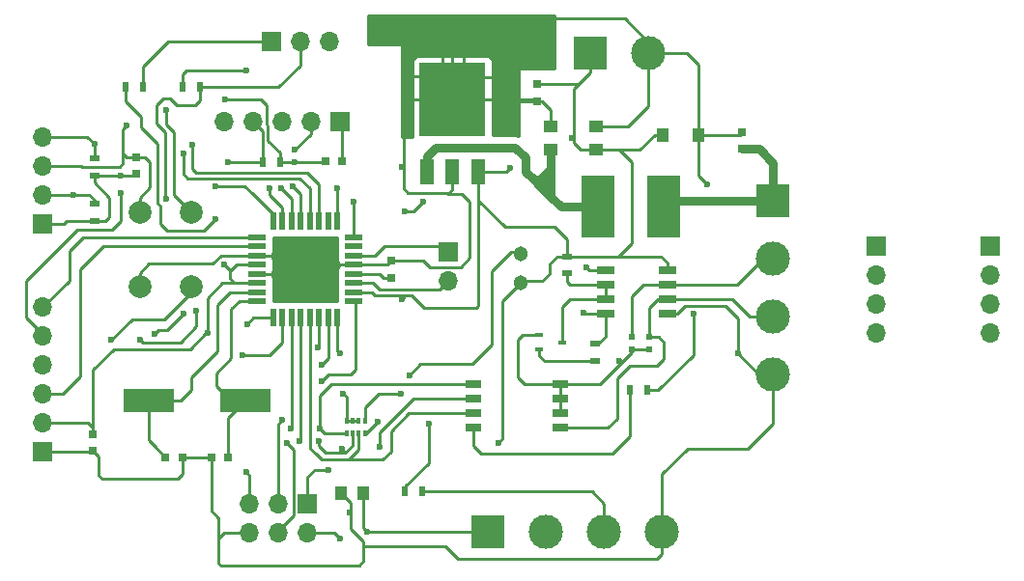
<source format=gtl>
G04 #@! TF.FileFunction,Copper,L1,Top,Signal*
%FSLAX46Y46*%
G04 Gerber Fmt 4.6, Leading zero omitted, Abs format (unit mm)*
G04 Created by KiCad (PCBNEW 4.0.1-stable) date 2019/02/18 22:31:54*
%MOMM*%
G01*
G04 APERTURE LIST*
%ADD10C,0.100000*%
%ADD11R,0.750000X0.800000*%
%ADD12R,0.800000X0.750000*%
%ADD13R,1.250000X1.000000*%
%ADD14R,1.000000X1.250000*%
%ADD15R,1.120000X1.220000*%
%ADD16R,0.500000X0.600000*%
%ADD17R,2.900000X5.450000*%
%ADD18R,1.525000X0.650000*%
%ADD19R,1.700000X1.700000*%
%ADD20O,1.700000X1.700000*%
%ADD21C,3.000000*%
%ADD22R,3.000000X3.000000*%
%ADD23R,0.700000X0.450000*%
%ADD24R,0.900000X0.500000*%
%ADD25R,0.500000X0.900000*%
%ADD26R,0.400000X0.600000*%
%ADD27R,0.300000X0.600000*%
%ADD28R,1.425000X0.750000*%
%ADD29C,2.000000*%
%ADD30R,4.500000X2.000000*%
%ADD31R,1.600000X0.550000*%
%ADD32R,0.550000X1.600000*%
%ADD33R,1.200000X2.200000*%
%ADD34R,5.800000X6.400000*%
%ADD35R,2.750000X3.050000*%
%ADD36C,1.303000*%
%ADD37C,0.600000*%
%ADD38C,0.250000*%
%ADD39C,0.800000*%
%ADD40C,0.254000*%
G04 APERTURE END LIST*
D10*
D11*
X32500000Y27750000D03*
X32500000Y26250000D03*
X6400000Y11050000D03*
X6400000Y12550000D03*
D12*
X26750000Y36500000D03*
X28250000Y36500000D03*
D11*
X10200000Y36850000D03*
X10200000Y35350000D03*
D13*
X46500000Y37500000D03*
X46500000Y39500000D03*
X50500000Y37500000D03*
X50500000Y39500000D03*
D11*
X45300000Y41750000D03*
X45300000Y43250000D03*
D12*
X14250000Y10500000D03*
X12750000Y10500000D03*
X16750000Y10500000D03*
X18250000Y10500000D03*
D14*
X30100000Y7400000D03*
X28100000Y7400000D03*
D11*
X63300000Y39050000D03*
X63300000Y37550000D03*
D15*
X56350000Y38800000D03*
X59450000Y38800000D03*
D16*
X53600000Y21050000D03*
X53600000Y19950000D03*
X55100000Y21050000D03*
X55100000Y19950000D03*
D17*
X56390000Y32500000D03*
X50610000Y32500000D03*
D18*
X51288000Y26905000D03*
X51288000Y25635000D03*
X51288000Y24365000D03*
X51288000Y23095000D03*
X56712000Y23095000D03*
X56712000Y24365000D03*
X56712000Y25635000D03*
X56712000Y26905000D03*
D19*
X2000000Y31000000D03*
D20*
X2000000Y33540000D03*
X2000000Y36080000D03*
X2000000Y38620000D03*
D19*
X2000000Y11000000D03*
D20*
X2000000Y13540000D03*
X2000000Y16080000D03*
X2000000Y18620000D03*
X2000000Y21160000D03*
X2000000Y23700000D03*
D21*
X66000000Y27920000D03*
X66000000Y22840000D03*
D22*
X66000000Y33000000D03*
D21*
X66000000Y17760000D03*
X46080000Y4000000D03*
X51160000Y4000000D03*
D22*
X41000000Y4000000D03*
D21*
X56240000Y4000000D03*
D19*
X28000000Y40000000D03*
D20*
X25460000Y40000000D03*
X22920000Y40000000D03*
X20380000Y40000000D03*
X17840000Y40000000D03*
D22*
X50000000Y46000000D03*
D21*
X55080000Y46000000D03*
D19*
X37500000Y28500000D03*
D20*
X37500000Y25960000D03*
D23*
X45500000Y21250000D03*
X45500000Y19950000D03*
X47500000Y20600000D03*
D24*
X6500000Y31250000D03*
X6500000Y32750000D03*
X6500000Y35250000D03*
X6500000Y36750000D03*
X47900000Y28150000D03*
X47900000Y26650000D03*
X50400000Y20450000D03*
X50400000Y18950000D03*
D25*
X53450000Y16400000D03*
X54950000Y16400000D03*
X35250000Y7500000D03*
X33750000Y7500000D03*
X21250000Y36400000D03*
X22750000Y36400000D03*
D26*
X30200000Y13750000D03*
D27*
X29650000Y13750000D03*
X29150000Y13750000D03*
D26*
X28600000Y13750000D03*
X28600000Y12650000D03*
D27*
X29150000Y12650000D03*
X29650000Y12650000D03*
D26*
X30200000Y12650000D03*
D28*
X39688000Y16905000D03*
X39688000Y15635000D03*
X39688000Y14365000D03*
X39688000Y13095000D03*
X47312000Y13095000D03*
X47312000Y14365000D03*
X47312000Y15635000D03*
X47312000Y16905000D03*
D29*
X15000000Y25500000D03*
X10500000Y25500000D03*
X15000000Y32000000D03*
X10500000Y32000000D03*
D30*
X11250000Y15500000D03*
X19750000Y15500000D03*
D31*
X20750000Y29800000D03*
X20750000Y29000000D03*
X20750000Y28200000D03*
X20750000Y27400000D03*
X20750000Y26600000D03*
X20750000Y25800000D03*
X20750000Y25000000D03*
X20750000Y24200000D03*
D32*
X22200000Y22750000D03*
X23000000Y22750000D03*
X23800000Y22750000D03*
X24600000Y22750000D03*
X25400000Y22750000D03*
X26200000Y22750000D03*
X27000000Y22750000D03*
X27800000Y22750000D03*
D31*
X29250000Y24200000D03*
X29250000Y25000000D03*
X29250000Y25800000D03*
X29250000Y26600000D03*
X29250000Y27400000D03*
X29250000Y28200000D03*
X29250000Y29000000D03*
X29250000Y29800000D03*
D32*
X27800000Y31250000D03*
X27000000Y31250000D03*
X26200000Y31250000D03*
X25400000Y31250000D03*
X24600000Y31250000D03*
X23800000Y31250000D03*
X23000000Y31250000D03*
X22200000Y31250000D03*
D33*
X35620000Y35600000D03*
X37900000Y35600000D03*
X40180000Y35600000D03*
D34*
X37900000Y41900000D03*
D35*
X39425000Y43575000D03*
X36375000Y40225000D03*
X36375000Y43575000D03*
X39425000Y40225000D03*
D36*
X43900000Y25800000D03*
X43900000Y28340000D03*
D19*
X75000000Y29000000D03*
D20*
X75000000Y26460000D03*
X75000000Y23920000D03*
X75000000Y21380000D03*
D19*
X85000000Y29000000D03*
D20*
X85000000Y26460000D03*
X85000000Y23920000D03*
X85000000Y21380000D03*
D19*
X25200000Y6400000D03*
D20*
X25200000Y3860000D03*
X22660000Y6400000D03*
X22660000Y3860000D03*
X20120000Y6400000D03*
X20120000Y3860000D03*
D19*
X22000000Y47000000D03*
D20*
X24540000Y47000000D03*
X27080000Y47000000D03*
D25*
X10750000Y43000000D03*
X9250000Y43000000D03*
X14250000Y43000000D03*
X15750000Y43000000D03*
D37*
X33500000Y36000000D03*
X35000000Y47000000D03*
X37000000Y47000000D03*
X39000000Y47000000D03*
X41000000Y47000000D03*
X43000000Y47000000D03*
X40000000Y41000000D03*
X39000000Y41000000D03*
X38000000Y41000000D03*
X37000000Y41000000D03*
X36000000Y41000000D03*
X38000000Y39500000D03*
X37000000Y39500000D03*
X39000000Y39500000D03*
X40000000Y39500000D03*
X36000000Y39500000D03*
X31300000Y13600000D03*
X28900000Y5700000D03*
X9300000Y39600000D03*
X60200000Y34500000D03*
X62900000Y19600000D03*
X52500000Y19000000D03*
X19800000Y44450000D03*
X30400000Y4000000D03*
X28000000Y3400000D03*
X41900000Y11800000D03*
X28300000Y16100000D03*
X16400000Y21400000D03*
X33500000Y24400000D03*
X8800000Y35200000D03*
X18200000Y36400000D03*
X17900000Y27400000D03*
X48400000Y38500000D03*
X42900000Y35900000D03*
X19800000Y9200000D03*
X8000000Y20800000D03*
X12800000Y41000000D03*
X18000000Y41900000D03*
X24100000Y36400000D03*
X23900000Y34300000D03*
X59000000Y23100000D03*
X49600000Y27200000D03*
X24100000Y37500000D03*
X22900000Y34100000D03*
X33700000Y32100000D03*
X35300000Y32900000D03*
X49400000Y23200000D03*
X21900000Y34100000D03*
X4700000Y33500000D03*
X15100000Y37900000D03*
X6500000Y38000000D03*
X14300000Y37200000D03*
X19900000Y22200000D03*
X8800000Y33700000D03*
X17100000Y34300000D03*
X28200000Y11300000D03*
X31500000Y11400000D03*
X24500000Y11900000D03*
X26200000Y11900000D03*
X23400000Y11800000D03*
X26400000Y18600000D03*
X28000000Y19600000D03*
X27000000Y9400000D03*
X26400000Y17200000D03*
X23000000Y13800000D03*
X35800000Y13500000D03*
X29200000Y32900000D03*
X33400000Y16100000D03*
X34100000Y17700000D03*
X27800000Y34100000D03*
X23700000Y13000000D03*
X26300000Y13000000D03*
X12800000Y33200000D03*
X14300000Y23100000D03*
X11800000Y21350000D03*
X19450000Y19450000D03*
X17100000Y31400000D03*
X15450000Y23400000D03*
X10550000Y20850000D03*
X26100000Y20150000D03*
D38*
X20120000Y3860000D02*
X17860000Y3860000D01*
X17860000Y3860000D02*
X17400000Y3400000D01*
X17400000Y1200000D02*
X17600000Y1000000D01*
X16750000Y5850000D02*
X17400000Y5200000D01*
X17400000Y5200000D02*
X17400000Y3400000D01*
X17400000Y3400000D02*
X17400000Y1200000D01*
X30100000Y2700000D02*
X30100000Y1400000D01*
X16750000Y5850000D02*
X16750000Y10500000D01*
X29700000Y1000000D02*
X30100000Y1400000D01*
X17600000Y1000000D02*
X29700000Y1000000D01*
X45300000Y41750000D02*
X43250000Y41750000D01*
X33500000Y36000000D02*
X33600000Y36000000D01*
X37000000Y47000000D02*
X35000000Y47000000D01*
X41000000Y47000000D02*
X39000000Y47000000D01*
X43000000Y42000000D02*
X43000000Y47000000D01*
X43250000Y41750000D02*
X43000000Y42000000D01*
X33600000Y38100000D02*
X33600000Y41370000D01*
X33600000Y41370000D02*
X34130000Y41900000D01*
X33600000Y36000000D02*
X33600000Y38100000D01*
X37300000Y33700000D02*
X34000000Y33700000D01*
X33600000Y34100000D02*
X33600000Y36000000D01*
X34000000Y33700000D02*
X33600000Y34100000D01*
X41840000Y43840000D02*
X39840000Y43840000D01*
X39840000Y43840000D02*
X37900000Y41900000D01*
X34250000Y43900000D02*
X35900000Y43900000D01*
X35900000Y43900000D02*
X37900000Y41900000D01*
X38890000Y46040000D02*
X38890000Y42890000D01*
X38890000Y42890000D02*
X37900000Y41900000D01*
X37030000Y45900000D02*
X37030000Y42770000D01*
X37030000Y42770000D02*
X37900000Y41900000D01*
X37900000Y41900000D02*
X34130000Y41900000D01*
X34130000Y41900000D02*
X34090000Y41940000D01*
X40000000Y41000000D02*
X39100000Y41900000D01*
X39100000Y41900000D02*
X37900000Y41900000D01*
X39000000Y41000000D02*
X38100000Y41900000D01*
X38100000Y41900000D02*
X37900000Y41900000D01*
X38000000Y41000000D02*
X37900000Y41100000D01*
X37900000Y41100000D02*
X37900000Y41900000D01*
X37000000Y41000000D02*
X37900000Y41900000D01*
X36000000Y41000000D02*
X36900000Y41900000D01*
X36900000Y41900000D02*
X37900000Y41900000D01*
X38000000Y39500000D02*
X37900000Y39600000D01*
X37900000Y39600000D02*
X37900000Y41900000D01*
X37000000Y39500000D02*
X37900000Y40400000D01*
X37900000Y40400000D02*
X37900000Y41900000D01*
X39000000Y39500000D02*
X37900000Y40600000D01*
X37900000Y40600000D02*
X37900000Y41900000D01*
X40000000Y39500000D02*
X37900000Y41600000D01*
X37900000Y41600000D02*
X37900000Y41900000D01*
X36000000Y39500000D02*
X37900000Y41400000D01*
X37900000Y41400000D02*
X37900000Y41900000D01*
X14250000Y10500000D02*
X14250000Y9050000D01*
X6900000Y10550000D02*
X6400000Y11050000D01*
X6900000Y8900000D02*
X6900000Y10550000D01*
X7200000Y8600000D02*
X6900000Y8900000D01*
X13800000Y8600000D02*
X7200000Y8600000D01*
X14250000Y9050000D02*
X13800000Y8600000D01*
X2000000Y11000000D02*
X6350000Y11000000D01*
X6350000Y11000000D02*
X6400000Y11050000D01*
X30100000Y2700000D02*
X37300000Y2700000D01*
X56240000Y2040000D02*
X56240000Y4000000D01*
X55800000Y1600000D02*
X56240000Y2040000D01*
X38400000Y1600000D02*
X55800000Y1600000D01*
X37300000Y2700000D02*
X38400000Y1600000D01*
X37300000Y33700000D02*
X37400000Y33700000D01*
X37400000Y33700000D02*
X37500000Y33600000D01*
X38700000Y33600000D02*
X37500000Y33600000D01*
X35350000Y27750000D02*
X32500000Y27750000D01*
X39400000Y32900000D02*
X38700000Y33600000D01*
X39400000Y28000000D02*
X39400000Y32900000D01*
X38600000Y27200000D02*
X39400000Y28000000D01*
X35900000Y27200000D02*
X38600000Y27200000D01*
X35350000Y27750000D02*
X35900000Y27200000D01*
X37500000Y33700000D02*
X37500000Y33600000D01*
X30200000Y12650000D02*
X30350000Y12650000D01*
X30350000Y12650000D02*
X31300000Y13600000D01*
X28900000Y5700000D02*
X29000000Y5700000D01*
X29000000Y6500000D02*
X28100000Y7400000D01*
X29000000Y4200000D02*
X29000000Y5700000D01*
X29000000Y5700000D02*
X29000000Y6500000D01*
X30100000Y3100000D02*
X29000000Y4200000D01*
X30100000Y2700000D02*
X30100000Y3100000D01*
X14250000Y10500000D02*
X16750000Y10500000D01*
X2000000Y36080000D02*
X5320000Y36080000D01*
X9000000Y36300000D02*
X9000000Y37200000D01*
X8700000Y36000000D02*
X9000000Y36300000D01*
X5400000Y36000000D02*
X8700000Y36000000D01*
X5320000Y36080000D02*
X5400000Y36000000D01*
X10500000Y32000000D02*
X10500000Y33300000D01*
X10500000Y33300000D02*
X11400000Y34200000D01*
X11400000Y34200000D02*
X11400000Y36400000D01*
X11400000Y36400000D02*
X10950000Y36850000D01*
X10950000Y36850000D02*
X10200000Y36850000D01*
X9350000Y36850000D02*
X10200000Y36850000D01*
X9000000Y37200000D02*
X9350000Y36850000D01*
X9000000Y39300000D02*
X9000000Y37200000D01*
X9300000Y39600000D02*
X9000000Y39300000D01*
X20750000Y28200000D02*
X17600000Y28200000D01*
X10500000Y26700000D02*
X10500000Y25500000D01*
X11300000Y27500000D02*
X10500000Y26700000D01*
X16900000Y27500000D02*
X11300000Y27500000D01*
X17600000Y28200000D02*
X16900000Y27500000D01*
X20750000Y28200000D02*
X25300000Y28200000D01*
X26000000Y27500000D02*
X26000000Y27400000D01*
X25300000Y28200000D02*
X26000000Y27500000D01*
X29250000Y27400000D02*
X26000000Y27400000D01*
X25200000Y26600000D02*
X20750000Y26600000D01*
X26000000Y27400000D02*
X25200000Y26600000D01*
X37900000Y41900000D02*
X37900000Y46300000D01*
X37900000Y46300000D02*
X40600000Y49000000D01*
X40600000Y49000000D02*
X53000000Y49000000D01*
X53000000Y49000000D02*
X55080000Y46920000D01*
X55080000Y46920000D02*
X55080000Y46000000D01*
X46500000Y39500000D02*
X46500000Y41000000D01*
X45750000Y41750000D02*
X45300000Y41750000D01*
X46500000Y41000000D02*
X45750000Y41750000D01*
X37900000Y41900000D02*
X45150000Y41900000D01*
X45150000Y41900000D02*
X45300000Y41750000D01*
X37900000Y35600000D02*
X37900000Y34000000D01*
X37900000Y34000000D02*
X37600000Y33700000D01*
X37600000Y33700000D02*
X37500000Y33700000D01*
X37500000Y33700000D02*
X37300000Y33700000D01*
X37400000Y41900000D02*
X37900000Y41900000D01*
X56712000Y23095000D02*
X57595000Y23095000D01*
X62900000Y22700000D02*
X62900000Y19600000D01*
X61800000Y23800000D02*
X62900000Y22700000D01*
X58300000Y23800000D02*
X61800000Y23800000D01*
X57595000Y23095000D02*
X58300000Y23800000D01*
X59450000Y35250000D02*
X60200000Y34500000D01*
X59450000Y35250000D02*
X59450000Y38800000D01*
X56240000Y4000000D02*
X56240000Y9040000D01*
X56240000Y9040000D02*
X58500000Y11300000D01*
X58500000Y11300000D02*
X63800000Y11300000D01*
X63800000Y11300000D02*
X66000000Y13500000D01*
X66000000Y13500000D02*
X66000000Y17760000D01*
X55080000Y46000000D02*
X58400000Y46000000D01*
X58400000Y46000000D02*
X59450000Y44950000D01*
X59450000Y44950000D02*
X59450000Y38800000D01*
X59450000Y38800000D02*
X63050000Y38800000D01*
X63050000Y38800000D02*
X63300000Y39050000D01*
X50500000Y39500000D02*
X53300000Y39500000D01*
X55080000Y41280000D02*
X55080000Y46000000D01*
X53300000Y39500000D02*
X55080000Y41280000D01*
X66000000Y17760000D02*
X64740000Y17760000D01*
X64740000Y17760000D02*
X62900000Y19600000D01*
X52500000Y19000000D02*
X52700000Y18800000D01*
X53600000Y19950000D02*
X53600000Y19700000D01*
X53600000Y19700000D02*
X52700000Y18800000D01*
X52700000Y18800000D02*
X50805000Y16905000D01*
X50805000Y16905000D02*
X47312000Y16905000D01*
X45500000Y21250000D02*
X44050000Y21250000D01*
X44195000Y16905000D02*
X47312000Y16905000D01*
X43600000Y17500000D02*
X44195000Y16905000D01*
X43600000Y20800000D02*
X43600000Y17500000D01*
X44050000Y21250000D02*
X43600000Y20800000D01*
X47312000Y14365000D02*
X47312000Y15635000D01*
X47312000Y16905000D02*
X47312000Y15635000D01*
X55100000Y19950000D02*
X53600000Y19950000D01*
X29250000Y27400000D02*
X32150000Y27400000D01*
X32150000Y27400000D02*
X32500000Y27750000D01*
X29250000Y26600000D02*
X31500000Y26600000D01*
X31850000Y26250000D02*
X32500000Y26250000D01*
X31500000Y26600000D02*
X31850000Y26250000D01*
X14250000Y43000000D02*
X14250000Y44100000D01*
X14600000Y44450000D02*
X19800000Y44450000D01*
X14250000Y44100000D02*
X14600000Y44450000D01*
X25200000Y3860000D02*
X27540000Y3860000D01*
X27540000Y3860000D02*
X28000000Y3400000D01*
X6400000Y12550000D02*
X6400000Y18200000D01*
X16300000Y21400000D02*
X16400000Y21400000D01*
X14900000Y20000000D02*
X16300000Y21400000D01*
X8200000Y20000000D02*
X14900000Y20000000D01*
X6400000Y18200000D02*
X8200000Y20000000D01*
X2000000Y13540000D02*
X5960000Y13540000D01*
X6400000Y13100000D02*
X6400000Y12550000D01*
X5960000Y13540000D02*
X6400000Y13100000D01*
X43050000Y24950000D02*
X43900000Y25800000D01*
X42300000Y24200000D02*
X43050000Y24950000D01*
X43050000Y24950000D02*
X43100000Y25000000D01*
X42300000Y12200000D02*
X42300000Y24200000D01*
X41900000Y11800000D02*
X42300000Y12200000D01*
X28600000Y13750000D02*
X28600000Y15800000D01*
X28600000Y15800000D02*
X28300000Y16100000D01*
X29150000Y13750000D02*
X28600000Y13750000D01*
X29650000Y13750000D02*
X29150000Y13750000D01*
X18900000Y25800000D02*
X17700000Y25800000D01*
X16400000Y24500000D02*
X16400000Y21400000D01*
X17700000Y25800000D02*
X16400000Y24500000D01*
X33700000Y24600000D02*
X33700000Y24700000D01*
X33500000Y24400000D02*
X33700000Y24600000D01*
X8800000Y35200000D02*
X8800000Y35250000D01*
X6500000Y35250000D02*
X6500000Y34600000D01*
X7450000Y31250000D02*
X6500000Y31250000D01*
X7800000Y31600000D02*
X7450000Y31250000D01*
X7800000Y33300000D02*
X7800000Y31600000D01*
X6500000Y34600000D02*
X7800000Y33300000D01*
X2000000Y31000000D02*
X3800000Y31000000D01*
X3800000Y31000000D02*
X4050000Y31250000D01*
X4050000Y31250000D02*
X6500000Y31250000D01*
X6500000Y35250000D02*
X8800000Y35250000D01*
X8800000Y35250000D02*
X10100000Y35250000D01*
X10100000Y35250000D02*
X10200000Y35350000D01*
X18400000Y26800000D02*
X18400000Y26900000D01*
X18200000Y36400000D02*
X21250000Y36400000D01*
X18400000Y26900000D02*
X17900000Y27400000D01*
X20750000Y25800000D02*
X18900000Y25800000D01*
X18900000Y25800000D02*
X18800000Y25800000D01*
X19000000Y27400000D02*
X20750000Y27400000D01*
X18400000Y26800000D02*
X19000000Y27400000D01*
X18400000Y26200000D02*
X18400000Y26800000D01*
X18800000Y25800000D02*
X18400000Y26200000D01*
X52450000Y28150000D02*
X56150000Y28150000D01*
X56712000Y27588000D02*
X56712000Y26905000D01*
X56150000Y28150000D02*
X56712000Y27588000D01*
X30100000Y7400000D02*
X30100000Y4300000D01*
X30400000Y4000000D02*
X41000000Y4000000D01*
X30100000Y4300000D02*
X30400000Y4000000D01*
X21250000Y36400000D02*
X21250000Y39130000D01*
X21250000Y39130000D02*
X20380000Y40000000D01*
X40180000Y35600000D02*
X42600000Y35600000D01*
X48400000Y38500000D02*
X48500000Y38500000D01*
X42600000Y35600000D02*
X42900000Y35900000D01*
X56350000Y38800000D02*
X55600000Y38800000D01*
X54300000Y37500000D02*
X52300000Y37500000D01*
X55600000Y38800000D02*
X54300000Y37500000D01*
X50500000Y37500000D02*
X49100000Y37500000D01*
X49100000Y37500000D02*
X48500000Y38100000D01*
X48500000Y38100000D02*
X48500000Y38500000D01*
X48500000Y42800000D02*
X48950000Y43250000D01*
X48500000Y38500000D02*
X48500000Y42800000D01*
X50000000Y46000000D02*
X50000000Y44300000D01*
X50000000Y44300000D02*
X48950000Y43250000D01*
X48950000Y43250000D02*
X45300000Y43250000D01*
X50500000Y37500000D02*
X52300000Y37500000D01*
X52300000Y37500000D02*
X52500000Y37500000D01*
X52450000Y28150000D02*
X47900000Y28150000D01*
X53600000Y29300000D02*
X52450000Y28150000D01*
X53600000Y36400000D02*
X53600000Y29300000D01*
X52500000Y37500000D02*
X53600000Y36400000D01*
X40180000Y33020000D02*
X40180000Y23780000D01*
X40180000Y23780000D02*
X40000000Y23600000D01*
X40000000Y23600000D02*
X35400000Y23600000D01*
X35400000Y23600000D02*
X34300000Y24700000D01*
X34300000Y24700000D02*
X33700000Y24700000D01*
X30800000Y25000000D02*
X29250000Y25000000D01*
X33700000Y24700000D02*
X31100000Y24700000D01*
X31100000Y24700000D02*
X30800000Y25000000D01*
X47050000Y28150000D02*
X47900000Y28150000D01*
X46400000Y27500000D02*
X47050000Y28150000D01*
X46400000Y26600000D02*
X46400000Y27500000D01*
X40180000Y35600000D02*
X40180000Y33020000D01*
X47900000Y29600000D02*
X47900000Y28150000D01*
X46800000Y30700000D02*
X47900000Y29600000D01*
X42500000Y30700000D02*
X46800000Y30700000D01*
X40180000Y33020000D02*
X42500000Y30700000D01*
X44000000Y25960000D02*
X45760000Y25960000D01*
X45760000Y25960000D02*
X46400000Y26600000D01*
X20120000Y8880000D02*
X19800000Y9200000D01*
X20120000Y6400000D02*
X20120000Y8880000D01*
X12600000Y22600000D02*
X15000000Y25000000D01*
X9800000Y22600000D02*
X12600000Y22600000D01*
X8000000Y20800000D02*
X9800000Y22600000D01*
X15000000Y25000000D02*
X15000000Y25500000D01*
X22750000Y36400000D02*
X22750000Y37250000D01*
X12800000Y41000000D02*
X12760000Y41000000D01*
X21100000Y41900000D02*
X18000000Y41900000D01*
X21600000Y41400000D02*
X21100000Y41900000D01*
X21600000Y39700000D02*
X21600000Y41400000D01*
X21700002Y39599998D02*
X21600000Y39700000D01*
X21700002Y38299998D02*
X21700002Y39599998D01*
X22750000Y37250000D02*
X21700002Y38299998D01*
X12760000Y41000000D02*
X12760000Y39740000D01*
X12760000Y39740000D02*
X13500000Y39000000D01*
X13500000Y39000000D02*
X13500000Y33500000D01*
X13500000Y33500000D02*
X15000000Y32000000D01*
X24100000Y36400000D02*
X26650000Y36400000D01*
X26650000Y36400000D02*
X26750000Y36500000D01*
X24600000Y31250000D02*
X24600000Y33600000D01*
X24100000Y36400000D02*
X22750000Y36400000D01*
X24600000Y33600000D02*
X23900000Y34300000D01*
X28250000Y36500000D02*
X28250000Y39750000D01*
X28250000Y39750000D02*
X28000000Y40000000D01*
D39*
X45050000Y34850000D02*
X45550000Y34850000D01*
X45550000Y34850000D02*
X46500000Y35800000D01*
X46500000Y34500000D02*
X45400000Y34500000D01*
X35620000Y35600000D02*
X35620000Y36920000D01*
X35620000Y36920000D02*
X36400000Y37700000D01*
X36400000Y37700000D02*
X43400000Y37700000D01*
X43400000Y37700000D02*
X44300000Y36800000D01*
X44300000Y36800000D02*
X44300000Y35600000D01*
X44300000Y35600000D02*
X45050000Y34850000D01*
X45050000Y34850000D02*
X45400000Y34500000D01*
X45400000Y34500000D02*
X46500000Y33400000D01*
X50610000Y32500000D02*
X47400000Y32500000D01*
X46500000Y33400000D02*
X46500000Y34500000D01*
X46500000Y34500000D02*
X46500000Y35800000D01*
X46500000Y35800000D02*
X46500000Y37500000D01*
X47400000Y32500000D02*
X46500000Y33400000D01*
D38*
X11250000Y15500000D02*
X11250000Y12000000D01*
X11250000Y12000000D02*
X11775000Y11475000D01*
X11775000Y11475000D02*
X12750000Y10500000D01*
X20750000Y25000000D02*
X18400000Y25000000D01*
X14100000Y15500000D02*
X11250000Y15500000D01*
X15000000Y16400000D02*
X14100000Y15500000D01*
X15000000Y17500000D02*
X15000000Y16400000D01*
X17300000Y19800000D02*
X15000000Y17500000D01*
X17300000Y23900000D02*
X17300000Y19800000D01*
X18400000Y25000000D02*
X17300000Y23900000D01*
X18250000Y10500000D02*
X18250000Y12300000D01*
X18250000Y12300000D02*
X18250000Y14000000D01*
X18250000Y14000000D02*
X19750000Y15500000D01*
X18500000Y15500000D02*
X19750000Y15500000D01*
X17200000Y16800000D02*
X18500000Y15500000D01*
X17200000Y17900000D02*
X17200000Y16800000D01*
X18500000Y19200000D02*
X17200000Y17900000D01*
X18500000Y23500000D02*
X18500000Y19200000D01*
X19200000Y24200000D02*
X18500000Y23500000D01*
X20750000Y24200000D02*
X19200000Y24200000D01*
D39*
X66000000Y33000000D02*
X66000000Y36300000D01*
X64750000Y37550000D02*
X63300000Y37550000D01*
X66000000Y36300000D02*
X64750000Y37550000D01*
X66000000Y33000000D02*
X56890000Y33000000D01*
X56890000Y33000000D02*
X56390000Y32500000D01*
D38*
X54950000Y16400000D02*
X55900000Y16400000D01*
X59000000Y19500000D02*
X59000000Y23100000D01*
X55900000Y16400000D02*
X59000000Y19500000D01*
X53600000Y21050000D02*
X53600000Y24600000D01*
X54635000Y25635000D02*
X56712000Y25635000D01*
X53600000Y24600000D02*
X54635000Y25635000D01*
X66000000Y27920000D02*
X65120000Y27920000D01*
X65120000Y27920000D02*
X62835000Y25635000D01*
X62835000Y25635000D02*
X56712000Y25635000D01*
X53400000Y18500000D02*
X55800000Y18500000D01*
X55800000Y18500000D02*
X56400000Y19100000D01*
X52300000Y17400000D02*
X53400000Y18500000D01*
X56400000Y19100000D02*
X56400000Y20600000D01*
X56400000Y20600000D02*
X55950000Y21050000D01*
X55950000Y21050000D02*
X55100000Y21050000D01*
X47312000Y13095000D02*
X51495000Y13095000D01*
X52300000Y13900000D02*
X52300000Y17400000D01*
X51495000Y13095000D02*
X52300000Y13900000D01*
X55100000Y21050000D02*
X55100000Y23600000D01*
X55100000Y23600000D02*
X55865000Y24365000D01*
X55865000Y24365000D02*
X56712000Y24365000D01*
X66000000Y22840000D02*
X63960000Y22840000D01*
X62435000Y24365000D02*
X56712000Y24365000D01*
X63960000Y22840000D02*
X62435000Y24365000D01*
X51288000Y26905000D02*
X49895000Y26905000D01*
X49895000Y26905000D02*
X49600000Y27200000D01*
X23800000Y31250000D02*
X23800000Y33200000D01*
X25460000Y38860000D02*
X25460000Y40000000D01*
X24100000Y37500000D02*
X25460000Y38860000D01*
X23800000Y33200000D02*
X22900000Y34100000D01*
X51288000Y24365000D02*
X48165000Y24365000D01*
X47500000Y23700000D02*
X47500000Y20600000D01*
X48165000Y24365000D02*
X47500000Y23700000D01*
X51288000Y25635000D02*
X51288000Y24365000D01*
X47900000Y26650000D02*
X47900000Y25900000D01*
X48165000Y25635000D02*
X51288000Y25635000D01*
X47900000Y25900000D02*
X48165000Y25635000D01*
X51288000Y23095000D02*
X49505000Y23095000D01*
X34500000Y32100000D02*
X33700000Y32100000D01*
X35300000Y32900000D02*
X34500000Y32100000D01*
X49505000Y23095000D02*
X49400000Y23200000D01*
X23000000Y31250000D02*
X23000000Y32400000D01*
X23000000Y32400000D02*
X21900000Y33500000D01*
X21900000Y33500000D02*
X21900000Y34100000D01*
X51288000Y23095000D02*
X51288000Y21088000D01*
X51288000Y21088000D02*
X50650000Y20450000D01*
X50650000Y20450000D02*
X50400000Y20450000D01*
X4700000Y33500000D02*
X4700000Y33540000D01*
X15100000Y35800000D02*
X15100000Y37900000D01*
X15400000Y35500000D02*
X15100000Y35800000D01*
X25200000Y35500000D02*
X15400000Y35500000D01*
X26200000Y34500000D02*
X25200000Y35500000D01*
X26200000Y31250000D02*
X26200000Y34500000D01*
X4700000Y33540000D02*
X6060000Y33540000D01*
X2000000Y33540000D02*
X1760000Y33540000D01*
X2000000Y33540000D02*
X4700000Y33540000D01*
X6500000Y33100000D02*
X6500000Y32750000D01*
X6060000Y33540000D02*
X6500000Y33100000D01*
X25400000Y31250000D02*
X25400000Y34100000D01*
X14300000Y35400000D02*
X14300000Y37200000D01*
X14700000Y35000000D02*
X14300000Y35400000D01*
X24500000Y35000000D02*
X14700000Y35000000D01*
X25400000Y34100000D02*
X24500000Y35000000D01*
X2000000Y38620000D02*
X5880000Y38620000D01*
X6500000Y38000000D02*
X6500000Y36750000D01*
X5880000Y38620000D02*
X6500000Y38000000D01*
X20750000Y29000000D02*
X15500000Y29000000D01*
X15500000Y29000000D02*
X7300000Y29000000D01*
X3780000Y16080000D02*
X2000000Y16080000D01*
X5300000Y17600000D02*
X3780000Y16080000D01*
X5300000Y27000000D02*
X5300000Y17600000D01*
X7300000Y29000000D02*
X5300000Y27000000D01*
X22200000Y22750000D02*
X20450000Y22750000D01*
X20450000Y22750000D02*
X19900000Y22200000D01*
X2000000Y21160000D02*
X2000000Y21300000D01*
X2000000Y21300000D02*
X500000Y22800000D01*
X500000Y22800000D02*
X500000Y26000000D01*
X500000Y26000000D02*
X5000000Y30500000D01*
X5000000Y30500000D02*
X8100000Y30500000D01*
X8100000Y30500000D02*
X8800000Y31200000D01*
X8800000Y31200000D02*
X8800000Y33700000D01*
X22200000Y31250000D02*
X22200000Y31800000D01*
X22200000Y31800000D02*
X20300000Y33700000D01*
X20300000Y33700000D02*
X19700000Y34300000D01*
X19700000Y34300000D02*
X17100000Y34300000D01*
X20750000Y29800000D02*
X5500000Y29800000D01*
X4300000Y26000000D02*
X2000000Y23700000D01*
X4300000Y28600000D02*
X4300000Y26000000D01*
X5500000Y29800000D02*
X4300000Y28600000D01*
X35250000Y7500000D02*
X50100000Y7500000D01*
X51160000Y6440000D02*
X51160000Y4000000D01*
X50100000Y7500000D02*
X51160000Y6440000D01*
X39688000Y15635000D02*
X34435000Y15635000D01*
X28400000Y11100000D02*
X28400000Y10900000D01*
X28200000Y11300000D02*
X28400000Y11100000D01*
X31500000Y12700000D02*
X31500000Y11400000D01*
X34435000Y15635000D02*
X31500000Y12700000D01*
X29150000Y12650000D02*
X29150000Y11550000D01*
X24600000Y12000000D02*
X24600000Y22750000D01*
X24500000Y11900000D02*
X24600000Y12000000D01*
X26200000Y11500000D02*
X26200000Y11900000D01*
X26800000Y10900000D02*
X26200000Y11500000D01*
X28500000Y10900000D02*
X28400000Y10900000D01*
X28400000Y10900000D02*
X26800000Y10900000D01*
X29150000Y11550000D02*
X28500000Y10900000D01*
X39688000Y14365000D02*
X34065000Y14365000D01*
X31800000Y10300000D02*
X28800000Y10300000D01*
X32500000Y11000000D02*
X31800000Y10300000D01*
X32500000Y12800000D02*
X32500000Y11000000D01*
X34065000Y14365000D02*
X32500000Y12800000D01*
X29650000Y12650000D02*
X29650000Y11150000D01*
X25400000Y11300000D02*
X25400000Y22750000D01*
X26400000Y10300000D02*
X25900000Y10800000D01*
X25900000Y10800000D02*
X25400000Y11300000D01*
X28800000Y10300000D02*
X26400000Y10300000D01*
X29650000Y11150000D02*
X28800000Y10300000D01*
X22660000Y3860000D02*
X22660000Y4060000D01*
X22660000Y4060000D02*
X24000000Y5400000D01*
X24000000Y5400000D02*
X24000000Y11200000D01*
X24000000Y11200000D02*
X23400000Y11800000D01*
X26400000Y18600000D02*
X27000000Y19200000D01*
X27000000Y19200000D02*
X27000000Y22750000D01*
X25200000Y6400000D02*
X25200000Y8800000D01*
X27800000Y19800000D02*
X27800000Y22750000D01*
X28000000Y19600000D02*
X27800000Y19800000D01*
X25800000Y9400000D02*
X27000000Y9400000D01*
X25200000Y8800000D02*
X25800000Y9400000D01*
X22660000Y6400000D02*
X22660000Y11660000D01*
X29400000Y18200000D02*
X29400000Y24050000D01*
X29000000Y17800000D02*
X29400000Y18200000D01*
X27000000Y17800000D02*
X29000000Y17800000D01*
X26400000Y17200000D02*
X27000000Y17800000D01*
X22600000Y13400000D02*
X23000000Y13800000D01*
X22600000Y11720000D02*
X22600000Y13400000D01*
X22660000Y11660000D02*
X22600000Y11720000D01*
X29400000Y24050000D02*
X29250000Y24200000D01*
X33750000Y7500000D02*
X33750000Y7950000D01*
X33750000Y7950000D02*
X35800000Y10000000D01*
X35800000Y10000000D02*
X35800000Y13500000D01*
X29200000Y32900000D02*
X29250000Y32900000D01*
X29250000Y32900000D02*
X29250000Y29800000D01*
X43000000Y28500000D02*
X44000000Y28500000D01*
X30200000Y13750000D02*
X30200000Y14900000D01*
X30200000Y14900000D02*
X31400000Y16100000D01*
X31400000Y16100000D02*
X33400000Y16100000D01*
X34100000Y17700000D02*
X35100000Y18700000D01*
X35100000Y18700000D02*
X39600000Y18700000D01*
X39600000Y18700000D02*
X41300000Y20400000D01*
X41300000Y20400000D02*
X41300000Y26800000D01*
X41300000Y26800000D02*
X43000000Y28500000D01*
X27800000Y34100000D02*
X27800000Y31250000D01*
X39688000Y16905000D02*
X27305000Y16905000D01*
X26300000Y15900000D02*
X26300000Y13000000D01*
X27305000Y16905000D02*
X26300000Y15900000D01*
X28600000Y12650000D02*
X26650000Y12650000D01*
X23800000Y13100000D02*
X23800000Y20300000D01*
X23700000Y13000000D02*
X23800000Y13100000D01*
X26650000Y12650000D02*
X26300000Y13000000D01*
X23800000Y20300000D02*
X23800000Y22750000D01*
X29250000Y28200000D02*
X31100000Y28200000D01*
X31900000Y29000000D02*
X37000000Y29000000D01*
X31100000Y28200000D02*
X31900000Y29000000D01*
X37000000Y29000000D02*
X37500000Y28500000D01*
X29250000Y25800000D02*
X30900000Y25800000D01*
X36740000Y25200000D02*
X37500000Y25960000D01*
X31500000Y25200000D02*
X36740000Y25200000D01*
X30900000Y25800000D02*
X31500000Y25200000D01*
X45500000Y19950000D02*
X45500000Y19400000D01*
X45950000Y18950000D02*
X50400000Y18950000D01*
X45500000Y19400000D02*
X45950000Y18950000D01*
X53450000Y16400000D02*
X53450000Y12350000D01*
X39688000Y11512000D02*
X39688000Y13095000D01*
X40400000Y10800000D02*
X39688000Y11512000D01*
X51900000Y10800000D02*
X40400000Y10800000D01*
X53450000Y12350000D02*
X51900000Y10800000D01*
X15750000Y43000000D02*
X22650000Y43000000D01*
X24540000Y44890000D02*
X24540000Y47000000D01*
X22650000Y43000000D02*
X24540000Y44890000D01*
X23000000Y22750000D02*
X23000000Y20600000D01*
X15750000Y41850000D02*
X15750000Y43000000D01*
X15300000Y41400000D02*
X15750000Y41850000D01*
X13750000Y41400000D02*
X15300000Y41400000D01*
X13150000Y42000000D02*
X13750000Y41400000D01*
X12550000Y42000000D02*
X13150000Y42000000D01*
X11950000Y41400000D02*
X12550000Y42000000D01*
X11950000Y39800000D02*
X11950000Y41400000D01*
X12700000Y39050000D02*
X11950000Y39800000D01*
X12700000Y33300000D02*
X12700000Y39050000D01*
X12800000Y33200000D02*
X12700000Y33300000D01*
X12900000Y21700000D02*
X14300000Y23100000D01*
X12150000Y21700000D02*
X12900000Y21700000D01*
X11800000Y21350000D02*
X12150000Y21700000D01*
X21850000Y19450000D02*
X19450000Y19450000D01*
X23000000Y20600000D02*
X21850000Y19450000D01*
X26200000Y22750000D02*
X26200000Y20250000D01*
X9250000Y41750000D02*
X9250000Y43000000D01*
X10600000Y40400000D02*
X9250000Y41750000D01*
X10600000Y39450000D02*
X10600000Y40400000D01*
X12000000Y38050000D02*
X10600000Y39450000D01*
X12000000Y32850000D02*
X12000000Y38050000D01*
X12300000Y32550000D02*
X12000000Y32850000D01*
X12300000Y31000000D02*
X12300000Y32550000D01*
X12900000Y30400000D02*
X12300000Y31000000D01*
X16100000Y30400000D02*
X12900000Y30400000D01*
X17100000Y31400000D02*
X16100000Y30400000D01*
X15450000Y22000000D02*
X15450000Y23400000D01*
X14050000Y20600000D02*
X15450000Y22000000D01*
X10800000Y20600000D02*
X14050000Y20600000D01*
X10550000Y20850000D02*
X10800000Y20600000D01*
X26200000Y20250000D02*
X26100000Y20150000D01*
X10750000Y43000000D02*
X10750000Y44750000D01*
X13000000Y47000000D02*
X22000000Y47000000D01*
X10750000Y44750000D02*
X13000000Y47000000D01*
D40*
G36*
X27525000Y29802560D02*
X27802560Y29802560D01*
X27802560Y29525000D01*
X27826944Y29395411D01*
X27802560Y29275000D01*
X27802560Y28725000D01*
X27826944Y28595411D01*
X27802560Y28475000D01*
X27802560Y27925000D01*
X27822450Y27819295D01*
X27815000Y27801310D01*
X27815000Y27685750D01*
X27911401Y27589349D01*
X27973000Y27493622D01*
X27973000Y27301683D01*
X27909505Y27208755D01*
X27815000Y27114250D01*
X27815000Y26998690D01*
X27823468Y26978247D01*
X27802560Y26875000D01*
X27802560Y26325000D01*
X27826944Y26195411D01*
X27802560Y26075000D01*
X27802560Y25525000D01*
X27826944Y25395411D01*
X27802560Y25275000D01*
X27802560Y24725000D01*
X27826944Y24595411D01*
X27802560Y24475000D01*
X27802560Y24197440D01*
X27525000Y24197440D01*
X27395411Y24173056D01*
X27275000Y24197440D01*
X26725000Y24197440D01*
X26595411Y24173056D01*
X26475000Y24197440D01*
X25925000Y24197440D01*
X25795411Y24173056D01*
X25675000Y24197440D01*
X25125000Y24197440D01*
X24995411Y24173056D01*
X24875000Y24197440D01*
X24325000Y24197440D01*
X24195411Y24173056D01*
X24075000Y24197440D01*
X23525000Y24197440D01*
X23395411Y24173056D01*
X23275000Y24197440D01*
X22725000Y24197440D01*
X22595411Y24173056D01*
X22475000Y24197440D01*
X22197440Y24197440D01*
X22197440Y24475000D01*
X22173056Y24604589D01*
X22197440Y24725000D01*
X22197440Y25275000D01*
X22173056Y25404589D01*
X22197440Y25525000D01*
X22197440Y26075000D01*
X22177550Y26180705D01*
X22185000Y26198690D01*
X22185000Y26314250D01*
X22088599Y26410651D01*
X22027000Y26506378D01*
X22027000Y26698317D01*
X22090495Y26791245D01*
X22185000Y26885750D01*
X22185000Y27001310D01*
X22176532Y27021753D01*
X22197440Y27125000D01*
X22197440Y27675000D01*
X22177550Y27780705D01*
X22185000Y27798690D01*
X22185000Y27914250D01*
X22088599Y28010651D01*
X22027000Y28106378D01*
X22027000Y28298317D01*
X22090495Y28391245D01*
X22185000Y28485750D01*
X22185000Y28601310D01*
X22176532Y28621753D01*
X22197440Y28725000D01*
X22197440Y29275000D01*
X22173056Y29404589D01*
X22197440Y29525000D01*
X22197440Y29802560D01*
X22475000Y29802560D01*
X22604589Y29826944D01*
X22725000Y29802560D01*
X23275000Y29802560D01*
X23404589Y29826944D01*
X23525000Y29802560D01*
X24075000Y29802560D01*
X24204589Y29826944D01*
X24325000Y29802560D01*
X24875000Y29802560D01*
X25004589Y29826944D01*
X25125000Y29802560D01*
X25675000Y29802560D01*
X25804589Y29826944D01*
X25925000Y29802560D01*
X26475000Y29802560D01*
X26604589Y29826944D01*
X26725000Y29802560D01*
X27275000Y29802560D01*
X27404589Y29826944D01*
X27525000Y29802560D01*
X27525000Y29802560D01*
G37*
X27525000Y29802560D02*
X27802560Y29802560D01*
X27802560Y29525000D01*
X27826944Y29395411D01*
X27802560Y29275000D01*
X27802560Y28725000D01*
X27826944Y28595411D01*
X27802560Y28475000D01*
X27802560Y27925000D01*
X27822450Y27819295D01*
X27815000Y27801310D01*
X27815000Y27685750D01*
X27911401Y27589349D01*
X27973000Y27493622D01*
X27973000Y27301683D01*
X27909505Y27208755D01*
X27815000Y27114250D01*
X27815000Y26998690D01*
X27823468Y26978247D01*
X27802560Y26875000D01*
X27802560Y26325000D01*
X27826944Y26195411D01*
X27802560Y26075000D01*
X27802560Y25525000D01*
X27826944Y25395411D01*
X27802560Y25275000D01*
X27802560Y24725000D01*
X27826944Y24595411D01*
X27802560Y24475000D01*
X27802560Y24197440D01*
X27525000Y24197440D01*
X27395411Y24173056D01*
X27275000Y24197440D01*
X26725000Y24197440D01*
X26595411Y24173056D01*
X26475000Y24197440D01*
X25925000Y24197440D01*
X25795411Y24173056D01*
X25675000Y24197440D01*
X25125000Y24197440D01*
X24995411Y24173056D01*
X24875000Y24197440D01*
X24325000Y24197440D01*
X24195411Y24173056D01*
X24075000Y24197440D01*
X23525000Y24197440D01*
X23395411Y24173056D01*
X23275000Y24197440D01*
X22725000Y24197440D01*
X22595411Y24173056D01*
X22475000Y24197440D01*
X22197440Y24197440D01*
X22197440Y24475000D01*
X22173056Y24604589D01*
X22197440Y24725000D01*
X22197440Y25275000D01*
X22173056Y25404589D01*
X22197440Y25525000D01*
X22197440Y26075000D01*
X22177550Y26180705D01*
X22185000Y26198690D01*
X22185000Y26314250D01*
X22088599Y26410651D01*
X22027000Y26506378D01*
X22027000Y26698317D01*
X22090495Y26791245D01*
X22185000Y26885750D01*
X22185000Y27001310D01*
X22176532Y27021753D01*
X22197440Y27125000D01*
X22197440Y27675000D01*
X22177550Y27780705D01*
X22185000Y27798690D01*
X22185000Y27914250D01*
X22088599Y28010651D01*
X22027000Y28106378D01*
X22027000Y28298317D01*
X22090495Y28391245D01*
X22185000Y28485750D01*
X22185000Y28601310D01*
X22176532Y28621753D01*
X22197440Y28725000D01*
X22197440Y29275000D01*
X22173056Y29404589D01*
X22197440Y29525000D01*
X22197440Y29802560D01*
X22475000Y29802560D01*
X22604589Y29826944D01*
X22725000Y29802560D01*
X23275000Y29802560D01*
X23404589Y29826944D01*
X23525000Y29802560D01*
X24075000Y29802560D01*
X24204589Y29826944D01*
X24325000Y29802560D01*
X24875000Y29802560D01*
X25004589Y29826944D01*
X25125000Y29802560D01*
X25675000Y29802560D01*
X25804589Y29826944D01*
X25925000Y29802560D01*
X26475000Y29802560D01*
X26604589Y29826944D01*
X26725000Y29802560D01*
X27275000Y29802560D01*
X27404589Y29826944D01*
X27525000Y29802560D01*
G36*
X46873000Y44627000D02*
X43800000Y44627000D01*
X43750590Y44616994D01*
X43708965Y44588553D01*
X43681685Y44546159D01*
X43673000Y44500000D01*
X43673000Y38680697D01*
X43400000Y38735001D01*
X43399995Y38735000D01*
X41435000Y38735000D01*
X41435000Y41876309D01*
X41425187Y41900000D01*
X41435000Y41923691D01*
X41435000Y45226309D01*
X41338327Y45459698D01*
X41159699Y45638327D01*
X40926310Y45735000D01*
X37923690Y45735000D01*
X37900000Y45725187D01*
X37876310Y45735000D01*
X34873690Y45735000D01*
X34640301Y45638327D01*
X34461673Y45459698D01*
X34365000Y45226309D01*
X34365000Y41923691D01*
X34374813Y41900000D01*
X34365000Y41876309D01*
X34365000Y38627000D01*
X33427000Y38627000D01*
X33427000Y46600000D01*
X33416994Y46649410D01*
X33388553Y46691035D01*
X33346159Y46718315D01*
X33300000Y46727000D01*
X30527000Y46727000D01*
X30527000Y49290000D01*
X46873000Y49290000D01*
X46873000Y44627000D01*
X46873000Y44627000D01*
G37*
X46873000Y44627000D02*
X43800000Y44627000D01*
X43750590Y44616994D01*
X43708965Y44588553D01*
X43681685Y44546159D01*
X43673000Y44500000D01*
X43673000Y38680697D01*
X43400000Y38735001D01*
X43399995Y38735000D01*
X41435000Y38735000D01*
X41435000Y41876309D01*
X41425187Y41900000D01*
X41435000Y41923691D01*
X41435000Y45226309D01*
X41338327Y45459698D01*
X41159699Y45638327D01*
X40926310Y45735000D01*
X37923690Y45735000D01*
X37900000Y45725187D01*
X37876310Y45735000D01*
X34873690Y45735000D01*
X34640301Y45638327D01*
X34461673Y45459698D01*
X34365000Y45226309D01*
X34365000Y41923691D01*
X34374813Y41900000D01*
X34365000Y41876309D01*
X34365000Y38627000D01*
X33427000Y38627000D01*
X33427000Y46600000D01*
X33416994Y46649410D01*
X33388553Y46691035D01*
X33346159Y46718315D01*
X33300000Y46727000D01*
X30527000Y46727000D01*
X30527000Y49290000D01*
X46873000Y49290000D01*
X46873000Y44627000D01*
M02*

</source>
